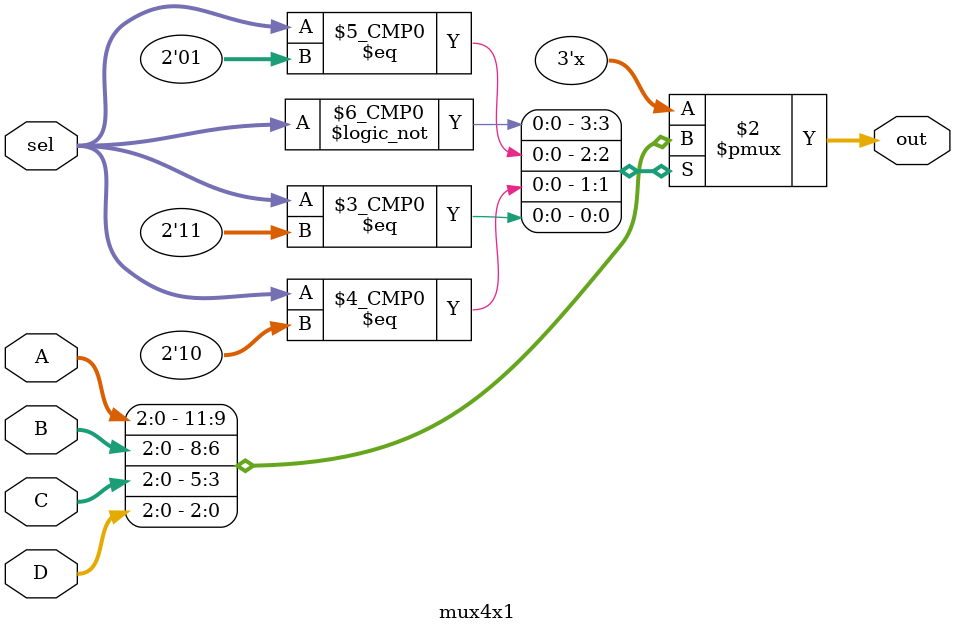
<source format=v>
module mux4x1 #(parameter N = 3)(
    input [N-1:0] A,
    input [N-1:0] B,
    input [N-1:0] C,
    input [N-1:0] D,
    input [1:0] sel,
    output reg [N-1:0] out
);
    always @(*) begin
        case (sel)
            2'b00: out = A;
            2'b01: out = B;
            2'b10: out = C;
            2'b11: out = D;
            default: out = A;
        endcase
    end
endmodule
</source>
